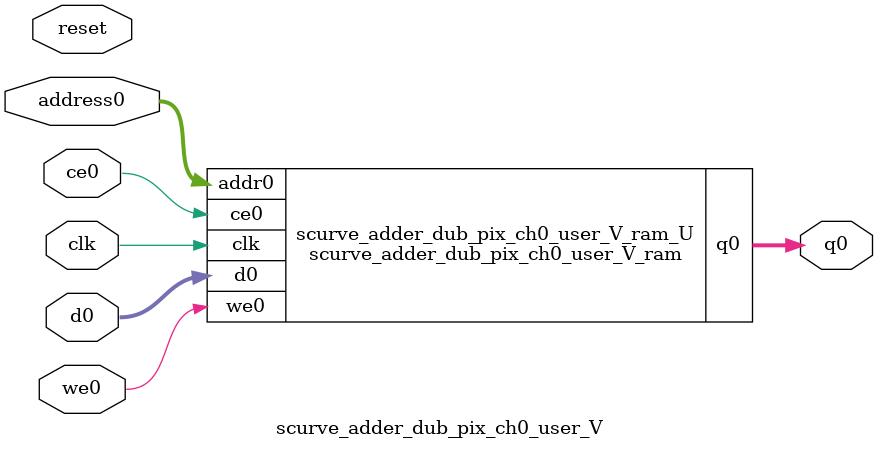
<source format=v>

`timescale 1 ns / 1 ps
module scurve_adder_dub_pix_ch0_user_V_ram (addr0, ce0, d0, we0, q0,  clk);

parameter DWIDTH = 2;
parameter AWIDTH = 8;
parameter MEM_SIZE = 192;

input[AWIDTH-1:0] addr0;
input ce0;
input[DWIDTH-1:0] d0;
input we0;
output reg[DWIDTH-1:0] q0;
input clk;

(* ram_style = "distributed" *)reg [DWIDTH-1:0] ram[MEM_SIZE-1:0];




always @(posedge clk)  
begin 
    if (ce0) 
    begin
        if (we0) 
        begin 
            ram[addr0] <= d0; 
            q0 <= d0;
        end 
        else 
            q0 <= ram[addr0];
    end
end


endmodule


`timescale 1 ns / 1 ps
module scurve_adder_dub_pix_ch0_user_V(
    reset,
    clk,
    address0,
    ce0,
    we0,
    d0,
    q0);

parameter DataWidth = 32'd2;
parameter AddressRange = 32'd192;
parameter AddressWidth = 32'd8;
input reset;
input clk;
input[AddressWidth - 1:0] address0;
input ce0;
input we0;
input[DataWidth - 1:0] d0;
output[DataWidth - 1:0] q0;



scurve_adder_dub_pix_ch0_user_V_ram scurve_adder_dub_pix_ch0_user_V_ram_U(
    .clk( clk ),
    .addr0( address0 ),
    .ce0( ce0 ),
    .d0( d0 ),
    .we0( we0 ),
    .q0( q0 ));

endmodule


</source>
